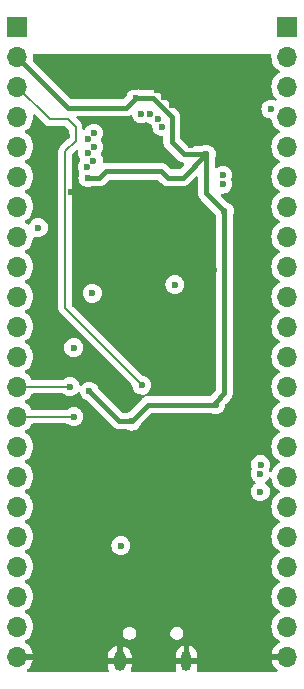
<source format=gbr>
%TF.GenerationSoftware,KiCad,Pcbnew,8.0.8*%
%TF.CreationDate,2025-04-17T09:07:27-03:00*%
%TF.ProjectId,ESP32_DevBoard_Minimal_Electgpl,45535033-325f-4446-9576-426f6172645f,rev?*%
%TF.SameCoordinates,Original*%
%TF.FileFunction,Copper,L3,Inr*%
%TF.FilePolarity,Positive*%
%FSLAX46Y46*%
G04 Gerber Fmt 4.6, Leading zero omitted, Abs format (unit mm)*
G04 Created by KiCad (PCBNEW 8.0.8) date 2025-04-17 09:07:27*
%MOMM*%
%LPD*%
G01*
G04 APERTURE LIST*
%TA.AperFunction,HeatsinkPad*%
%ADD10O,1.000000X1.700000*%
%TD*%
%TA.AperFunction,HeatsinkPad*%
%ADD11O,0.850000X1.700000*%
%TD*%
%TA.AperFunction,ComponentPad*%
%ADD12R,1.700000X1.700000*%
%TD*%
%TA.AperFunction,ComponentPad*%
%ADD13O,1.700000X1.700000*%
%TD*%
%TA.AperFunction,ViaPad*%
%ADD14C,0.600000*%
%TD*%
%TA.AperFunction,Conductor*%
%ADD15C,0.406400*%
%TD*%
%TA.AperFunction,Conductor*%
%ADD16C,0.203200*%
%TD*%
%TA.AperFunction,Conductor*%
%ADD17C,0.152400*%
%TD*%
G04 APERTURE END LIST*
D10*
%TO.N,GND*%
%TO.C,J1*%
X145327748Y-128473200D03*
D11*
X150977748Y-128473200D03*
%TD*%
D12*
%TO.N,GND*%
%TO.C,J3*%
X159512748Y-74752200D03*
D13*
%TO.N,TXD*%
X159512748Y-77292200D03*
%TO.N,RXD*%
X159512748Y-79832200D03*
%TO.N,GPIO1*%
X159512748Y-82372200D03*
%TO.N,GPIO2*%
X159512748Y-84912200D03*
%TO.N,GPIO42*%
X159512748Y-87452200D03*
%TO.N,GPIO41*%
X159512748Y-89992200D03*
%TO.N,GPIO40*%
X159512748Y-92532200D03*
%TO.N,GPIO39*%
X159512748Y-95072200D03*
%TO.N,GPIO38*%
X159512748Y-97612200D03*
%TO.N,GPIO37*%
X159512748Y-100152200D03*
%TO.N,GPIO36*%
X159512748Y-102692200D03*
%TO.N,GPIO35*%
X159512748Y-105232200D03*
%TO.N,GPIO0*%
X159512748Y-107772200D03*
%TO.N,GPIO45*%
X159512748Y-110312200D03*
%TO.N,GPIO48*%
X159512748Y-112852200D03*
%TO.N,GPIO47*%
X159512748Y-115392200D03*
%TO.N,GPIO21*%
X159512748Y-117932200D03*
%TO.N,GPIO33*%
X159512748Y-120472200D03*
%TO.N,GPIO34*%
X159512748Y-123012200D03*
%TO.N,RAW*%
X159512748Y-125552200D03*
%TO.N,GND*%
X159512748Y-128092200D03*
%TD*%
D12*
%TO.N,+3.3V*%
%TO.C,J2*%
X136652748Y-74752200D03*
D13*
X136652748Y-77292200D03*
%TO.N,CHIP_PU*%
X136652748Y-79832200D03*
%TO.N,GPIO4*%
X136652748Y-82372200D03*
%TO.N,GPIO5*%
X136652748Y-84912200D03*
%TO.N,GPIO6*%
X136652748Y-87452200D03*
%TO.N,GPIO7*%
X136652748Y-89992200D03*
%TO.N,GPIO15*%
X136652748Y-92532200D03*
%TO.N,GPIO16*%
X136652748Y-95072200D03*
%TO.N,GPIO17*%
X136652748Y-97612200D03*
%TO.N,GPIO18*%
X136652748Y-100152200D03*
%TO.N,GPIO8*%
X136652748Y-102692200D03*
%TO.N,GPIO3*%
X136652748Y-105232200D03*
%TO.N,GPIO46*%
X136652748Y-107772200D03*
%TO.N,GPIO9*%
X136652748Y-110312200D03*
%TO.N,GPIO10*%
X136652748Y-112852200D03*
%TO.N,GPIO11*%
X136652748Y-115392200D03*
%TO.N,GPIO12*%
X136652748Y-117932200D03*
%TO.N,GPIO13*%
X136652748Y-120472200D03*
%TO.N,GPIO14*%
X136652748Y-123012200D03*
%TO.N,GPIO26*%
X136652748Y-125552200D03*
%TO.N,GND*%
X136652748Y-128092200D03*
%TD*%
D14*
%TO.N,+3.3V*%
X146329748Y-108153200D03*
X142621748Y-87552200D03*
X146685748Y-80820200D03*
X152654748Y-85547200D03*
X154178748Y-90373200D03*
X153441748Y-106756200D03*
X142748748Y-105613200D03*
%TO.N,GND*%
X142327748Y-128116950D03*
X146077748Y-113116950D03*
X156077748Y-128116950D03*
X149098748Y-80721200D03*
X146685000Y-79121000D03*
X143002748Y-125933200D03*
X148590748Y-77546200D03*
X151077748Y-118116950D03*
X152327748Y-118116950D03*
X150495748Y-79578200D03*
X152654748Y-77546200D03*
X144526748Y-79121000D03*
X152019748Y-112725200D03*
X153289748Y-125933200D03*
X153577748Y-121866950D03*
X154686748Y-77546200D03*
X153577748Y-123116950D03*
X157327748Y-128116950D03*
X146077748Y-111866950D03*
X148463748Y-80086200D03*
X148590748Y-117805200D03*
X143577748Y-119366950D03*
X154432748Y-84142800D03*
X156077748Y-123116950D03*
X156718748Y-77546200D03*
X154827748Y-123116950D03*
X146685748Y-79832200D03*
X150622748Y-77546200D03*
X142327748Y-124366950D03*
X151638748Y-77546200D03*
X153577748Y-128116950D03*
X144827748Y-111866950D03*
X151638748Y-91389200D03*
X144653748Y-91516200D03*
X149606748Y-119329200D03*
X148014748Y-88152200D03*
X155702748Y-77546200D03*
X156718000Y-86106000D03*
X141859748Y-80594200D03*
X145542748Y-77546200D03*
X152908748Y-113614200D03*
X154827748Y-128116950D03*
X144827748Y-109366950D03*
X156718748Y-90373200D03*
X144526748Y-77546200D03*
X144827748Y-113116950D03*
X153289748Y-95326200D03*
X142327748Y-109366950D03*
X151384748Y-84785200D03*
X141217525Y-88714977D03*
X145542000Y-79121000D03*
X151384748Y-83205600D03*
X151077748Y-119366950D03*
X141077748Y-126866950D03*
X157734748Y-77546200D03*
X146558748Y-77546200D03*
X149860748Y-78943200D03*
X157327748Y-126866950D03*
X149606748Y-77546200D03*
X156077748Y-120616950D03*
X152327748Y-123116950D03*
X138430748Y-77546200D03*
X142032748Y-104195320D03*
X140843748Y-84023200D03*
X151384748Y-81843600D03*
X141077748Y-128116950D03*
X139827748Y-128116950D03*
X142494748Y-77546200D03*
X152327748Y-128116950D03*
X143510748Y-79121000D03*
X146077748Y-110616950D03*
X138577748Y-126866950D03*
X140462748Y-77546200D03*
X150622748Y-78816200D03*
X143577748Y-128116950D03*
X139827748Y-126866950D03*
X151257748Y-101041200D03*
X154203748Y-108153200D03*
X151130748Y-112725200D03*
X149733748Y-81356200D03*
X144780748Y-84999800D03*
X143577748Y-109366950D03*
X151384748Y-105105200D03*
X144827748Y-110616950D03*
X148577748Y-99366950D03*
X147327748Y-113116950D03*
X154827748Y-121866950D03*
X156718748Y-87452200D03*
X142327748Y-115616950D03*
X152908748Y-112725200D03*
X143577748Y-120616950D03*
X151892748Y-79705200D03*
X155829748Y-81737200D03*
X154827748Y-126866950D03*
X156077748Y-126866950D03*
X147327748Y-110616950D03*
X141478748Y-77546200D03*
X147327748Y-98116950D03*
X141077748Y-125616950D03*
X151384748Y-84023200D03*
X144907748Y-101041200D03*
X147828748Y-79451200D03*
X155448748Y-79070200D03*
X152908748Y-111836200D03*
X147574748Y-77546200D03*
X153670748Y-77546200D03*
X138577748Y-128116950D03*
X139954748Y-84023200D03*
X142327748Y-116866950D03*
X142494748Y-78943200D03*
X156077748Y-119366950D03*
X147327748Y-111866950D03*
X142327748Y-118116950D03*
X139446748Y-77546200D03*
X156077748Y-121866950D03*
X149479748Y-124028200D03*
%TO.N,CHIP_PU*%
X147193748Y-105105200D03*
%TO.N,RAW*%
X145414748Y-118694200D03*
%TO.N,GPIO0*%
X148886148Y-83214655D03*
%TO.N,SPIWP*%
X149987748Y-96596200D03*
X143002748Y-97337600D03*
%TO.N,GPIO14*%
X142562651Y-86622297D03*
%TO.N,TXD*%
X158115748Y-81737200D03*
%TO.N,GPIO13*%
X143094681Y-86090268D03*
%TO.N,GPIO12*%
X142601597Y-85482621D03*
%TO.N,GPIO45*%
X154051748Y-88087200D03*
%TO.N,GPIO2*%
X147898511Y-82138800D03*
%TO.N,GPIO26*%
X141423148Y-101930200D03*
%TO.N,GPIO10*%
X142600908Y-84304399D03*
%TO.N,GPIO8*%
X138430748Y-91770200D03*
%TO.N,GPIO3*%
X147146108Y-82138800D03*
X141118348Y-105232200D03*
%TO.N,GPIO9*%
X143129748Y-83769200D03*
%TO.N,GPIO34*%
X157247348Y-111836200D03*
%TO.N,GPIO46*%
X141423148Y-107772200D03*
X154051748Y-87325200D03*
%TO.N,GPIO48*%
X157226748Y-114122200D03*
%TO.N,GPIO11*%
X143136419Y-84953400D03*
%TO.N,GPIO33*%
X157222952Y-112598200D03*
%TO.N,GPIO1*%
X148563023Y-82535170D03*
%TD*%
D15*
%TO.N,+3.3V*%
X150749748Y-85547200D02*
X152654748Y-85547200D01*
X153441748Y-106527200D02*
X154178748Y-105790200D01*
X145895748Y-81610200D02*
X146685748Y-80820200D01*
X147726748Y-106756200D02*
X146329748Y-108153200D01*
X154178748Y-90373200D02*
X152654748Y-88849200D01*
X136652748Y-77292200D02*
X140970748Y-81610200D01*
D16*
X153441748Y-106756200D02*
X153441748Y-106527200D01*
D15*
X150649748Y-87552200D02*
X149401200Y-87552200D01*
X145288748Y-108153200D02*
X146329748Y-108153200D01*
X143587800Y-87552200D02*
X142621748Y-87552200D01*
X140970748Y-81610200D02*
X145895748Y-81610200D01*
X153441748Y-106756200D02*
X147726748Y-106756200D01*
X149733000Y-82371452D02*
X149733000Y-84530452D01*
X152654748Y-85547200D02*
X150649748Y-87552200D01*
X152654748Y-88849200D02*
X152654748Y-85547200D01*
X148181748Y-80820200D02*
X149733000Y-82371452D01*
X149401200Y-87552200D02*
X148844000Y-86995000D01*
X146685748Y-80820200D02*
X148181748Y-80820200D01*
X144145000Y-86995000D02*
X143587800Y-87552200D01*
X142748748Y-105613200D02*
X145288748Y-108153200D01*
X149733000Y-84530452D02*
X150749748Y-85547200D01*
X148844000Y-86995000D02*
X144145000Y-86995000D01*
X154178748Y-105790200D02*
X154178748Y-90373200D01*
D17*
%TO.N,CHIP_PU*%
X140950148Y-82605600D02*
X141585148Y-83240600D01*
X139426148Y-82605600D02*
X140950148Y-82605600D01*
X140688925Y-85313800D02*
X140688925Y-98600377D01*
X141585148Y-84417577D02*
X140688925Y-85313800D01*
X141585148Y-83240600D02*
X141585148Y-84417577D01*
X136652748Y-79832200D02*
X139426148Y-82605600D01*
X140688925Y-98600377D02*
X147193748Y-105105200D01*
%TO.N,GPIO3*%
X141118348Y-105232200D02*
X136652748Y-105232200D01*
%TO.N,GPIO46*%
X141423148Y-107772200D02*
X136652748Y-107772200D01*
%TD*%
%TA.AperFunction,Conductor*%
%TO.N,GND*%
G36*
X158111028Y-77057885D02*
G01*
X158156783Y-77110689D01*
X158167517Y-77173007D01*
X158157089Y-77292198D01*
X158157089Y-77292200D01*
X158177684Y-77527603D01*
X158177686Y-77527613D01*
X158238842Y-77755855D01*
X158238844Y-77755859D01*
X158238845Y-77755863D01*
X158338713Y-77970030D01*
X158338715Y-77970034D01*
X158474249Y-78163595D01*
X158474254Y-78163602D01*
X158641345Y-78330693D01*
X158641351Y-78330698D01*
X158826906Y-78460625D01*
X158870531Y-78515202D01*
X158877725Y-78584700D01*
X158846202Y-78647055D01*
X158826906Y-78663775D01*
X158641345Y-78793705D01*
X158474253Y-78960797D01*
X158338713Y-79154369D01*
X158338712Y-79154371D01*
X158238846Y-79368535D01*
X158238842Y-79368544D01*
X158177686Y-79596786D01*
X158177684Y-79596796D01*
X158157089Y-79832199D01*
X158157089Y-79832200D01*
X158177684Y-80067603D01*
X158177686Y-80067613D01*
X158238842Y-80295855D01*
X158238844Y-80295859D01*
X158238845Y-80295863D01*
X158320362Y-80470676D01*
X158338713Y-80510030D01*
X158338715Y-80510034D01*
X158474249Y-80703595D01*
X158474254Y-80703602D01*
X158568423Y-80797771D01*
X158601908Y-80859094D01*
X158596924Y-80928786D01*
X158555052Y-80984719D01*
X158489588Y-81009136D01*
X158439787Y-81002494D01*
X158295002Y-80951831D01*
X158294997Y-80951830D01*
X158115752Y-80931635D01*
X158115744Y-80931635D01*
X157936498Y-80951830D01*
X157936493Y-80951831D01*
X157766224Y-81011411D01*
X157613485Y-81107384D01*
X157485932Y-81234937D01*
X157389959Y-81387676D01*
X157330379Y-81557945D01*
X157330378Y-81557950D01*
X157310183Y-81737196D01*
X157310183Y-81737203D01*
X157330378Y-81916449D01*
X157330379Y-81916454D01*
X157389959Y-82086723D01*
X157466779Y-82208981D01*
X157485932Y-82239462D01*
X157613486Y-82367016D01*
X157657332Y-82394566D01*
X157740612Y-82446895D01*
X157766226Y-82462989D01*
X157769853Y-82464258D01*
X157936493Y-82522568D01*
X157936497Y-82522569D01*
X158011666Y-82531037D01*
X158077687Y-82538476D01*
X158142100Y-82565542D01*
X158181655Y-82623136D01*
X158183578Y-82629603D01*
X158238842Y-82835855D01*
X158238844Y-82835859D01*
X158238845Y-82835863D01*
X158307844Y-82983831D01*
X158338713Y-83050030D01*
X158338715Y-83050034D01*
X158474249Y-83243595D01*
X158474254Y-83243602D01*
X158641345Y-83410693D01*
X158641351Y-83410698D01*
X158826906Y-83540625D01*
X158870531Y-83595202D01*
X158877725Y-83664700D01*
X158846202Y-83727055D01*
X158826906Y-83743775D01*
X158641345Y-83873705D01*
X158474253Y-84040797D01*
X158338713Y-84234369D01*
X158338712Y-84234371D01*
X158238846Y-84448535D01*
X158238842Y-84448544D01*
X158177686Y-84676786D01*
X158177684Y-84676796D01*
X158157089Y-84912199D01*
X158157089Y-84912200D01*
X158177684Y-85147603D01*
X158177686Y-85147613D01*
X158238842Y-85375855D01*
X158238844Y-85375859D01*
X158238845Y-85375863D01*
X158288625Y-85482616D01*
X158338713Y-85590030D01*
X158338715Y-85590034D01*
X158474249Y-85783595D01*
X158474254Y-85783602D01*
X158641345Y-85950693D01*
X158641351Y-85950698D01*
X158826906Y-86080625D01*
X158870531Y-86135202D01*
X158877725Y-86204700D01*
X158846202Y-86267055D01*
X158826906Y-86283775D01*
X158641345Y-86413705D01*
X158474253Y-86580797D01*
X158338713Y-86774369D01*
X158338712Y-86774371D01*
X158238846Y-86988535D01*
X158238842Y-86988544D01*
X158177686Y-87216786D01*
X158177684Y-87216796D01*
X158157089Y-87452199D01*
X158157089Y-87452200D01*
X158177684Y-87687603D01*
X158177686Y-87687613D01*
X158238842Y-87915855D01*
X158238844Y-87915859D01*
X158238845Y-87915863D01*
X158278442Y-88000779D01*
X158338713Y-88130030D01*
X158338715Y-88130034D01*
X158474249Y-88323595D01*
X158474254Y-88323602D01*
X158641345Y-88490693D01*
X158641351Y-88490698D01*
X158826906Y-88620625D01*
X158870531Y-88675202D01*
X158877725Y-88744700D01*
X158846202Y-88807055D01*
X158826906Y-88823775D01*
X158641345Y-88953705D01*
X158474253Y-89120797D01*
X158338713Y-89314369D01*
X158338712Y-89314371D01*
X158238846Y-89528535D01*
X158238842Y-89528544D01*
X158177686Y-89756786D01*
X158177684Y-89756796D01*
X158157089Y-89992199D01*
X158157089Y-89992200D01*
X158177684Y-90227603D01*
X158177686Y-90227613D01*
X158238842Y-90455855D01*
X158238844Y-90455859D01*
X158238845Y-90455863D01*
X158283887Y-90552455D01*
X158338713Y-90670030D01*
X158338715Y-90670034D01*
X158474249Y-90863595D01*
X158474254Y-90863602D01*
X158641345Y-91030693D01*
X158641351Y-91030698D01*
X158826906Y-91160625D01*
X158870531Y-91215202D01*
X158877725Y-91284700D01*
X158846202Y-91347055D01*
X158826906Y-91363775D01*
X158641345Y-91493705D01*
X158474253Y-91660797D01*
X158338713Y-91854369D01*
X158338712Y-91854371D01*
X158238846Y-92068535D01*
X158238842Y-92068544D01*
X158177686Y-92296786D01*
X158177684Y-92296796D01*
X158157089Y-92532199D01*
X158157089Y-92532200D01*
X158177684Y-92767603D01*
X158177686Y-92767613D01*
X158238842Y-92995855D01*
X158238844Y-92995859D01*
X158238845Y-92995863D01*
X158338713Y-93210030D01*
X158338715Y-93210034D01*
X158474249Y-93403595D01*
X158474254Y-93403602D01*
X158641345Y-93570693D01*
X158641351Y-93570698D01*
X158826906Y-93700625D01*
X158870531Y-93755202D01*
X158877725Y-93824700D01*
X158846202Y-93887055D01*
X158826906Y-93903775D01*
X158641345Y-94033705D01*
X158474253Y-94200797D01*
X158338713Y-94394369D01*
X158338712Y-94394371D01*
X158238846Y-94608535D01*
X158238842Y-94608544D01*
X158177686Y-94836786D01*
X158177684Y-94836796D01*
X158157089Y-95072199D01*
X158157089Y-95072200D01*
X158177684Y-95307603D01*
X158177686Y-95307613D01*
X158238842Y-95535855D01*
X158238844Y-95535859D01*
X158238845Y-95535863D01*
X158338713Y-95750030D01*
X158338715Y-95750034D01*
X158474249Y-95943595D01*
X158474254Y-95943602D01*
X158641345Y-96110693D01*
X158641351Y-96110698D01*
X158826906Y-96240625D01*
X158870531Y-96295202D01*
X158877725Y-96364700D01*
X158846202Y-96427055D01*
X158826906Y-96443775D01*
X158641345Y-96573705D01*
X158474253Y-96740797D01*
X158338713Y-96934369D01*
X158338712Y-96934371D01*
X158238846Y-97148535D01*
X158238842Y-97148544D01*
X158177686Y-97376786D01*
X158177684Y-97376796D01*
X158157089Y-97612199D01*
X158157089Y-97612200D01*
X158177684Y-97847603D01*
X158177686Y-97847613D01*
X158238842Y-98075855D01*
X158238844Y-98075859D01*
X158238845Y-98075863D01*
X158260811Y-98122969D01*
X158338713Y-98290030D01*
X158338715Y-98290034D01*
X158474249Y-98483595D01*
X158474254Y-98483602D01*
X158641345Y-98650693D01*
X158641351Y-98650698D01*
X158826906Y-98780625D01*
X158870531Y-98835202D01*
X158877725Y-98904700D01*
X158846202Y-98967055D01*
X158826906Y-98983775D01*
X158641345Y-99113705D01*
X158474253Y-99280797D01*
X158338713Y-99474369D01*
X158338712Y-99474371D01*
X158238846Y-99688535D01*
X158238842Y-99688544D01*
X158177686Y-99916786D01*
X158177684Y-99916796D01*
X158157089Y-100152199D01*
X158157089Y-100152200D01*
X158177684Y-100387603D01*
X158177686Y-100387613D01*
X158238842Y-100615855D01*
X158238844Y-100615859D01*
X158238845Y-100615863D01*
X158338713Y-100830030D01*
X158338715Y-100830034D01*
X158474249Y-101023595D01*
X158474254Y-101023602D01*
X158641345Y-101190693D01*
X158641351Y-101190698D01*
X158826906Y-101320625D01*
X158870531Y-101375202D01*
X158877725Y-101444700D01*
X158846202Y-101507055D01*
X158826906Y-101523775D01*
X158641345Y-101653705D01*
X158474253Y-101820797D01*
X158338713Y-102014369D01*
X158338712Y-102014371D01*
X158238846Y-102228535D01*
X158238842Y-102228544D01*
X158177686Y-102456786D01*
X158177684Y-102456796D01*
X158157089Y-102692199D01*
X158157089Y-102692200D01*
X158177684Y-102927603D01*
X158177686Y-102927613D01*
X158238842Y-103155855D01*
X158238844Y-103155859D01*
X158238845Y-103155863D01*
X158338713Y-103370030D01*
X158338715Y-103370034D01*
X158474249Y-103563595D01*
X158474254Y-103563602D01*
X158641345Y-103730693D01*
X158641351Y-103730698D01*
X158826906Y-103860625D01*
X158870531Y-103915202D01*
X158877725Y-103984700D01*
X158846202Y-104047055D01*
X158826906Y-104063775D01*
X158641345Y-104193705D01*
X158474253Y-104360797D01*
X158338713Y-104554369D01*
X158338712Y-104554371D01*
X158238846Y-104768535D01*
X158238842Y-104768544D01*
X158177686Y-104996786D01*
X158177684Y-104996796D01*
X158157089Y-105232199D01*
X158157089Y-105232200D01*
X158177684Y-105467603D01*
X158177686Y-105467613D01*
X158238842Y-105695855D01*
X158238844Y-105695859D01*
X158238845Y-105695863D01*
X158308491Y-105845219D01*
X158338713Y-105910030D01*
X158338715Y-105910034D01*
X158417347Y-106022331D01*
X158463844Y-106088736D01*
X158474249Y-106103595D01*
X158474254Y-106103602D01*
X158641345Y-106270693D01*
X158641351Y-106270698D01*
X158826906Y-106400625D01*
X158870531Y-106455202D01*
X158877725Y-106524700D01*
X158846202Y-106587055D01*
X158826906Y-106603775D01*
X158641345Y-106733705D01*
X158474253Y-106900797D01*
X158338713Y-107094369D01*
X158338712Y-107094371D01*
X158238846Y-107308535D01*
X158238842Y-107308544D01*
X158177686Y-107536786D01*
X158177684Y-107536796D01*
X158157089Y-107772199D01*
X158157089Y-107772200D01*
X158177684Y-108007603D01*
X158177686Y-108007613D01*
X158238842Y-108235855D01*
X158238844Y-108235859D01*
X158238845Y-108235863D01*
X158324940Y-108420494D01*
X158338713Y-108450030D01*
X158338715Y-108450034D01*
X158474249Y-108643595D01*
X158474254Y-108643602D01*
X158641345Y-108810693D01*
X158641351Y-108810698D01*
X158826906Y-108940625D01*
X158870531Y-108995202D01*
X158877725Y-109064700D01*
X158846202Y-109127055D01*
X158826906Y-109143775D01*
X158641345Y-109273705D01*
X158474253Y-109440797D01*
X158338713Y-109634369D01*
X158338712Y-109634371D01*
X158238846Y-109848535D01*
X158238842Y-109848544D01*
X158177686Y-110076786D01*
X158177684Y-110076796D01*
X158157089Y-110312199D01*
X158157089Y-110312200D01*
X158177684Y-110547603D01*
X158177686Y-110547613D01*
X158238842Y-110775855D01*
X158238844Y-110775859D01*
X158238845Y-110775863D01*
X158338713Y-110990030D01*
X158338715Y-110990034D01*
X158474249Y-111183595D01*
X158474254Y-111183602D01*
X158641345Y-111350693D01*
X158641351Y-111350698D01*
X158826906Y-111480625D01*
X158870531Y-111535202D01*
X158877725Y-111604700D01*
X158846202Y-111667055D01*
X158826906Y-111683775D01*
X158641345Y-111813705D01*
X158474253Y-111980797D01*
X158338713Y-112174369D01*
X158338712Y-112174371D01*
X158238846Y-112388535D01*
X158238840Y-112388551D01*
X158238299Y-112390570D01*
X158237818Y-112391358D01*
X158236991Y-112393631D01*
X158236534Y-112393464D01*
X158201927Y-112450226D01*
X158139077Y-112480748D01*
X158069702Y-112472445D01*
X158015829Y-112427953D01*
X158001488Y-112399422D01*
X157963038Y-112289538D01*
X157959478Y-112219763D01*
X157970978Y-112192410D01*
X157970116Y-112191995D01*
X157973137Y-112185721D01*
X157977110Y-112174369D01*
X158032716Y-112015455D01*
X158052913Y-111836200D01*
X158050378Y-111813705D01*
X158032717Y-111656950D01*
X158032716Y-111656945D01*
X158001916Y-111568925D01*
X157973137Y-111486678D01*
X157877164Y-111333938D01*
X157749610Y-111206384D01*
X157713342Y-111183595D01*
X157596871Y-111110411D01*
X157426602Y-111050831D01*
X157426597Y-111050830D01*
X157247352Y-111030635D01*
X157247344Y-111030635D01*
X157068098Y-111050830D01*
X157068093Y-111050831D01*
X156897824Y-111110411D01*
X156745085Y-111206384D01*
X156617532Y-111333937D01*
X156521559Y-111486676D01*
X156461979Y-111656945D01*
X156461978Y-111656950D01*
X156441783Y-111836196D01*
X156441783Y-111836203D01*
X156461978Y-112015449D01*
X156461981Y-112015462D01*
X156507259Y-112144856D01*
X156510821Y-112214635D01*
X156499326Y-112241993D01*
X156500183Y-112242406D01*
X156497162Y-112248678D01*
X156437585Y-112418937D01*
X156437582Y-112418950D01*
X156417387Y-112598196D01*
X156417387Y-112598203D01*
X156437582Y-112777449D01*
X156437583Y-112777454D01*
X156497163Y-112947723D01*
X156585056Y-113087603D01*
X156593136Y-113100462D01*
X156720690Y-113228016D01*
X156762064Y-113254013D01*
X156765860Y-113256398D01*
X156812151Y-113308733D01*
X156822799Y-113377786D01*
X156794424Y-113441635D01*
X156765862Y-113466385D01*
X156724484Y-113492385D01*
X156596932Y-113619937D01*
X156500959Y-113772676D01*
X156441379Y-113942945D01*
X156441378Y-113942950D01*
X156421183Y-114122196D01*
X156421183Y-114122203D01*
X156441378Y-114301449D01*
X156441379Y-114301454D01*
X156500959Y-114471723D01*
X156531796Y-114520799D01*
X156596932Y-114624462D01*
X156724486Y-114752016D01*
X156877226Y-114847989D01*
X157047493Y-114907568D01*
X157047498Y-114907569D01*
X157226744Y-114927765D01*
X157226748Y-114927765D01*
X157226752Y-114927765D01*
X157405997Y-114907569D01*
X157406000Y-114907568D01*
X157406003Y-114907568D01*
X157576270Y-114847989D01*
X157729010Y-114752016D01*
X157856564Y-114624462D01*
X157952537Y-114471722D01*
X158012116Y-114301455D01*
X158012117Y-114301449D01*
X158032313Y-114122203D01*
X158032313Y-114122196D01*
X158012117Y-113942950D01*
X158012116Y-113942945D01*
X157952536Y-113772676D01*
X157856563Y-113619937D01*
X157729008Y-113492382D01*
X157683838Y-113464000D01*
X157637548Y-113411666D01*
X157626900Y-113342612D01*
X157655275Y-113278764D01*
X157683840Y-113254013D01*
X157725211Y-113228018D01*
X157725211Y-113228017D01*
X157725214Y-113228016D01*
X157852768Y-113100462D01*
X157942605Y-112957486D01*
X157994940Y-112911196D01*
X158063993Y-112900548D01*
X158127842Y-112928923D01*
X158166214Y-112987313D01*
X158171127Y-113012651D01*
X158177684Y-113087603D01*
X158177686Y-113087613D01*
X158238842Y-113315855D01*
X158238844Y-113315859D01*
X158238845Y-113315863D01*
X158283519Y-113411666D01*
X158338713Y-113530030D01*
X158338715Y-113530034D01*
X158474249Y-113723595D01*
X158474254Y-113723602D01*
X158641345Y-113890693D01*
X158641351Y-113890698D01*
X158826906Y-114020625D01*
X158870531Y-114075202D01*
X158877725Y-114144700D01*
X158846202Y-114207055D01*
X158826906Y-114223775D01*
X158641345Y-114353705D01*
X158474253Y-114520797D01*
X158338713Y-114714369D01*
X158338712Y-114714371D01*
X158238846Y-114928535D01*
X158238842Y-114928544D01*
X158177686Y-115156786D01*
X158177684Y-115156796D01*
X158157089Y-115392199D01*
X158157089Y-115392200D01*
X158177684Y-115627603D01*
X158177686Y-115627613D01*
X158238842Y-115855855D01*
X158238844Y-115855859D01*
X158238845Y-115855863D01*
X158338713Y-116070030D01*
X158338715Y-116070034D01*
X158474249Y-116263595D01*
X158474254Y-116263602D01*
X158641345Y-116430693D01*
X158641351Y-116430698D01*
X158826906Y-116560625D01*
X158870531Y-116615202D01*
X158877725Y-116684700D01*
X158846202Y-116747055D01*
X158826906Y-116763775D01*
X158641345Y-116893705D01*
X158474253Y-117060797D01*
X158338713Y-117254369D01*
X158338712Y-117254371D01*
X158238846Y-117468535D01*
X158238842Y-117468544D01*
X158177686Y-117696786D01*
X158177684Y-117696796D01*
X158157089Y-117932199D01*
X158157089Y-117932200D01*
X158177684Y-118167603D01*
X158177686Y-118167613D01*
X158238842Y-118395855D01*
X158238844Y-118395859D01*
X158238845Y-118395863D01*
X158338713Y-118610030D01*
X158338715Y-118610034D01*
X158474249Y-118803595D01*
X158474254Y-118803602D01*
X158641345Y-118970693D01*
X158641351Y-118970698D01*
X158826906Y-119100625D01*
X158870531Y-119155202D01*
X158877725Y-119224700D01*
X158846202Y-119287055D01*
X158826906Y-119303775D01*
X158641345Y-119433705D01*
X158474253Y-119600797D01*
X158338713Y-119794369D01*
X158338712Y-119794371D01*
X158238846Y-120008535D01*
X158238842Y-120008544D01*
X158177686Y-120236786D01*
X158177684Y-120236796D01*
X158157089Y-120472199D01*
X158157089Y-120472200D01*
X158177684Y-120707603D01*
X158177686Y-120707613D01*
X158238842Y-120935855D01*
X158238844Y-120935859D01*
X158238845Y-120935863D01*
X158338713Y-121150030D01*
X158338715Y-121150034D01*
X158474249Y-121343595D01*
X158474254Y-121343602D01*
X158641345Y-121510693D01*
X158641351Y-121510698D01*
X158826906Y-121640625D01*
X158870531Y-121695202D01*
X158877725Y-121764700D01*
X158846202Y-121827055D01*
X158826906Y-121843775D01*
X158641345Y-121973705D01*
X158474253Y-122140797D01*
X158338713Y-122334369D01*
X158338712Y-122334371D01*
X158238846Y-122548535D01*
X158238842Y-122548544D01*
X158177686Y-122776786D01*
X158177684Y-122776796D01*
X158157089Y-123012199D01*
X158157089Y-123012200D01*
X158177684Y-123247603D01*
X158177686Y-123247613D01*
X158238842Y-123475855D01*
X158238844Y-123475859D01*
X158238845Y-123475863D01*
X158338713Y-123690030D01*
X158338715Y-123690034D01*
X158474249Y-123883595D01*
X158474254Y-123883602D01*
X158641345Y-124050693D01*
X158641351Y-124050698D01*
X158826906Y-124180625D01*
X158870531Y-124235202D01*
X158877725Y-124304700D01*
X158846202Y-124367055D01*
X158826906Y-124383775D01*
X158641345Y-124513705D01*
X158474253Y-124680797D01*
X158338713Y-124874369D01*
X158338712Y-124874371D01*
X158238846Y-125088535D01*
X158238842Y-125088544D01*
X158177686Y-125316786D01*
X158177684Y-125316796D01*
X158157089Y-125552199D01*
X158157089Y-125552200D01*
X158177684Y-125787603D01*
X158177686Y-125787613D01*
X158238842Y-126015855D01*
X158238844Y-126015859D01*
X158238845Y-126015863D01*
X158322692Y-126195672D01*
X158338713Y-126230030D01*
X158338715Y-126230034D01*
X158474249Y-126423595D01*
X158474254Y-126423602D01*
X158641345Y-126590693D01*
X158641351Y-126590698D01*
X158827342Y-126720930D01*
X158870967Y-126775507D01*
X158878161Y-126845005D01*
X158846638Y-126907360D01*
X158827343Y-126924080D01*
X158641670Y-127054090D01*
X158641668Y-127054091D01*
X158474639Y-127221120D01*
X158474634Y-127221126D01*
X158339148Y-127414620D01*
X158339147Y-127414622D01*
X158239318Y-127628707D01*
X158239315Y-127628713D01*
X158182112Y-127842199D01*
X158182112Y-127842200D01*
X158888248Y-127842200D01*
X158955287Y-127861885D01*
X159001042Y-127914689D01*
X159012248Y-127966200D01*
X159012248Y-128218200D01*
X158992563Y-128285239D01*
X158939759Y-128330994D01*
X158888248Y-128342200D01*
X158182112Y-128342200D01*
X158239315Y-128555686D01*
X158239318Y-128555692D01*
X158339147Y-128769778D01*
X158474642Y-128963282D01*
X158641667Y-129130307D01*
X158661402Y-129144126D01*
X158705026Y-129198704D01*
X158712218Y-129268202D01*
X158680695Y-129330556D01*
X158620465Y-129365969D01*
X158590277Y-129369700D01*
X151969239Y-129369700D01*
X151902200Y-129350015D01*
X151856445Y-129297211D01*
X151846501Y-129228053D01*
X151854677Y-129198249D01*
X151867200Y-129168012D01*
X151867202Y-129168005D01*
X151902747Y-128989309D01*
X151902748Y-128989306D01*
X151902748Y-128723200D01*
X151227748Y-128723200D01*
X151227748Y-128223200D01*
X151902748Y-128223200D01*
X151902748Y-127957094D01*
X151902747Y-127957090D01*
X151867202Y-127778394D01*
X151867199Y-127778382D01*
X151797476Y-127610054D01*
X151797469Y-127610041D01*
X151696243Y-127458547D01*
X151696240Y-127458543D01*
X151567404Y-127329707D01*
X151567400Y-127329704D01*
X151415906Y-127228478D01*
X151415897Y-127228473D01*
X151247560Y-127158746D01*
X151227748Y-127154804D01*
X151227748Y-128073472D01*
X151189688Y-127981586D01*
X151119362Y-127911260D01*
X151027476Y-127873200D01*
X150928020Y-127873200D01*
X150836134Y-127911260D01*
X150765808Y-127981586D01*
X150727748Y-128073472D01*
X150727748Y-127154805D01*
X150727747Y-127154804D01*
X150707935Y-127158746D01*
X150539598Y-127228473D01*
X150539589Y-127228478D01*
X150388095Y-127329704D01*
X150388091Y-127329707D01*
X150259255Y-127458543D01*
X150259252Y-127458547D01*
X150158026Y-127610041D01*
X150158019Y-127610054D01*
X150088296Y-127778382D01*
X150088293Y-127778394D01*
X150052748Y-127957090D01*
X150052748Y-128223200D01*
X150727748Y-128223200D01*
X150727748Y-128723200D01*
X150052748Y-128723200D01*
X150052748Y-128989309D01*
X150088293Y-129168005D01*
X150088295Y-129168012D01*
X150100819Y-129198249D01*
X150108287Y-129267718D01*
X150077011Y-129330197D01*
X150016921Y-129365849D01*
X149986257Y-129369700D01*
X146369352Y-129369700D01*
X146302313Y-129350015D01*
X146256558Y-129297211D01*
X146246614Y-129228053D01*
X146254791Y-129198247D01*
X146289318Y-129114889D01*
X146289320Y-129114881D01*
X146327747Y-128921695D01*
X146327748Y-128921692D01*
X146327748Y-128723200D01*
X145577748Y-128723200D01*
X145577748Y-128223200D01*
X146327748Y-128223200D01*
X146327748Y-128024708D01*
X146327747Y-128024704D01*
X146289320Y-127831518D01*
X146289317Y-127831506D01*
X146213940Y-127649528D01*
X146213933Y-127649515D01*
X146104499Y-127485737D01*
X146104496Y-127485733D01*
X145965214Y-127346451D01*
X145965210Y-127346448D01*
X145801432Y-127237014D01*
X145801419Y-127237007D01*
X145619439Y-127161629D01*
X145619431Y-127161627D01*
X145577748Y-127153335D01*
X145577748Y-128073472D01*
X145539688Y-127981586D01*
X145469362Y-127911260D01*
X145377476Y-127873200D01*
X145278020Y-127873200D01*
X145186134Y-127911260D01*
X145115808Y-127981586D01*
X145077748Y-128073472D01*
X145077748Y-127153336D01*
X145077747Y-127153335D01*
X145036064Y-127161627D01*
X145036056Y-127161629D01*
X144854076Y-127237007D01*
X144854063Y-127237014D01*
X144690285Y-127346448D01*
X144690281Y-127346451D01*
X144550999Y-127485733D01*
X144550996Y-127485737D01*
X144441562Y-127649515D01*
X144441555Y-127649528D01*
X144366178Y-127831506D01*
X144366175Y-127831518D01*
X144327748Y-128024704D01*
X144327748Y-128223200D01*
X145077748Y-128223200D01*
X145077748Y-128723200D01*
X144327748Y-128723200D01*
X144327748Y-128921695D01*
X144366175Y-129114881D01*
X144366177Y-129114889D01*
X144400705Y-129198247D01*
X144408174Y-129267717D01*
X144376899Y-129330196D01*
X144316810Y-129365848D01*
X144286144Y-129369700D01*
X137575219Y-129369700D01*
X137508180Y-129350015D01*
X137462425Y-129297211D01*
X137452481Y-129228053D01*
X137481506Y-129164497D01*
X137504094Y-129144126D01*
X137523828Y-129130307D01*
X137690853Y-128963282D01*
X137826348Y-128769778D01*
X137926177Y-128555692D01*
X137926180Y-128555686D01*
X137983384Y-128342200D01*
X137277248Y-128342200D01*
X137210209Y-128322515D01*
X137164454Y-128269711D01*
X137153248Y-128218200D01*
X137153248Y-127966200D01*
X137172933Y-127899161D01*
X137225737Y-127853406D01*
X137277248Y-127842200D01*
X137983384Y-127842200D01*
X137983383Y-127842199D01*
X137926180Y-127628713D01*
X137926177Y-127628707D01*
X137826348Y-127414622D01*
X137826347Y-127414620D01*
X137690861Y-127221126D01*
X137690856Y-127221120D01*
X137523826Y-127054090D01*
X137338153Y-126924079D01*
X137294528Y-126869502D01*
X137287336Y-126800004D01*
X137318858Y-126737649D01*
X137338154Y-126720930D01*
X137524149Y-126590695D01*
X137691243Y-126423601D01*
X137826783Y-126230030D01*
X137910395Y-126050725D01*
X145602248Y-126050725D01*
X145602248Y-126195675D01*
X145611454Y-126230030D01*
X145639765Y-126335688D01*
X145712236Y-126461211D01*
X145712238Y-126461213D01*
X145712239Y-126461215D01*
X145814733Y-126563709D01*
X145814734Y-126563710D01*
X145814736Y-126563711D01*
X145940259Y-126636182D01*
X145940260Y-126636182D01*
X145940263Y-126636184D01*
X146080273Y-126673700D01*
X146080276Y-126673700D01*
X146225220Y-126673700D01*
X146225223Y-126673700D01*
X146365233Y-126636184D01*
X146490763Y-126563709D01*
X146593257Y-126461215D01*
X146665732Y-126335685D01*
X146703248Y-126195675D01*
X146703248Y-126050725D01*
X149602248Y-126050725D01*
X149602248Y-126195675D01*
X149611454Y-126230030D01*
X149639765Y-126335688D01*
X149712236Y-126461211D01*
X149712238Y-126461213D01*
X149712239Y-126461215D01*
X149814733Y-126563709D01*
X149814734Y-126563710D01*
X149814736Y-126563711D01*
X149940259Y-126636182D01*
X149940260Y-126636182D01*
X149940263Y-126636184D01*
X150080273Y-126673700D01*
X150080276Y-126673700D01*
X150225220Y-126673700D01*
X150225223Y-126673700D01*
X150365233Y-126636184D01*
X150490763Y-126563709D01*
X150593257Y-126461215D01*
X150665732Y-126335685D01*
X150703248Y-126195675D01*
X150703248Y-126050725D01*
X150665732Y-125910715D01*
X150593257Y-125785185D01*
X150490763Y-125682691D01*
X150490761Y-125682690D01*
X150490759Y-125682688D01*
X150365236Y-125610217D01*
X150365237Y-125610217D01*
X150353754Y-125607140D01*
X150225223Y-125572700D01*
X150080273Y-125572700D01*
X149951741Y-125607140D01*
X149940259Y-125610217D01*
X149814736Y-125682688D01*
X149814730Y-125682693D01*
X149712241Y-125785182D01*
X149712236Y-125785188D01*
X149639765Y-125910711D01*
X149639764Y-125910715D01*
X149602248Y-126050725D01*
X146703248Y-126050725D01*
X146665732Y-125910715D01*
X146593257Y-125785185D01*
X146490763Y-125682691D01*
X146490761Y-125682690D01*
X146490759Y-125682688D01*
X146365236Y-125610217D01*
X146365237Y-125610217D01*
X146353754Y-125607140D01*
X146225223Y-125572700D01*
X146080273Y-125572700D01*
X145951741Y-125607140D01*
X145940259Y-125610217D01*
X145814736Y-125682688D01*
X145814730Y-125682693D01*
X145712241Y-125785182D01*
X145712236Y-125785188D01*
X145639765Y-125910711D01*
X145639764Y-125910715D01*
X145602248Y-126050725D01*
X137910395Y-126050725D01*
X137926651Y-126015863D01*
X137987811Y-125787608D01*
X138008407Y-125552200D01*
X137987811Y-125316792D01*
X137926651Y-125088537D01*
X137826783Y-124874371D01*
X137691243Y-124680799D01*
X137691242Y-124680797D01*
X137524150Y-124513706D01*
X137524144Y-124513701D01*
X137338590Y-124383775D01*
X137294965Y-124329198D01*
X137287771Y-124259700D01*
X137319294Y-124197345D01*
X137338590Y-124180625D01*
X137360774Y-124165091D01*
X137524149Y-124050695D01*
X137691243Y-123883601D01*
X137826783Y-123690030D01*
X137926651Y-123475863D01*
X137987811Y-123247608D01*
X138008407Y-123012200D01*
X137987811Y-122776792D01*
X137926651Y-122548537D01*
X137826783Y-122334371D01*
X137691243Y-122140799D01*
X137691242Y-122140797D01*
X137524150Y-121973706D01*
X137524144Y-121973701D01*
X137338590Y-121843775D01*
X137294965Y-121789198D01*
X137287771Y-121719700D01*
X137319294Y-121657345D01*
X137338590Y-121640625D01*
X137360774Y-121625091D01*
X137524149Y-121510695D01*
X137691243Y-121343601D01*
X137826783Y-121150030D01*
X137926651Y-120935863D01*
X137987811Y-120707608D01*
X138008407Y-120472200D01*
X137987811Y-120236792D01*
X137926651Y-120008537D01*
X137826783Y-119794371D01*
X137691243Y-119600799D01*
X137691242Y-119600797D01*
X137524150Y-119433706D01*
X137524144Y-119433701D01*
X137338590Y-119303775D01*
X137294965Y-119249198D01*
X137287771Y-119179700D01*
X137319294Y-119117345D01*
X137338590Y-119100625D01*
X137419854Y-119043723D01*
X137524149Y-118970695D01*
X137691243Y-118803601D01*
X137767849Y-118694196D01*
X144609183Y-118694196D01*
X144609183Y-118694203D01*
X144629378Y-118873449D01*
X144629379Y-118873454D01*
X144688959Y-119043723D01*
X144774400Y-119179700D01*
X144784932Y-119196462D01*
X144912486Y-119324016D01*
X145065226Y-119419989D01*
X145235493Y-119479568D01*
X145235498Y-119479569D01*
X145414744Y-119499765D01*
X145414748Y-119499765D01*
X145414752Y-119499765D01*
X145593997Y-119479569D01*
X145594000Y-119479568D01*
X145594003Y-119479568D01*
X145764270Y-119419989D01*
X145917010Y-119324016D01*
X146044564Y-119196462D01*
X146140537Y-119043722D01*
X146200116Y-118873455D01*
X146200117Y-118873449D01*
X146220313Y-118694203D01*
X146220313Y-118694196D01*
X146200117Y-118514950D01*
X146200116Y-118514945D01*
X146158447Y-118395863D01*
X146140537Y-118344678D01*
X146044564Y-118191938D01*
X145917010Y-118064384D01*
X145764271Y-117968411D01*
X145594002Y-117908831D01*
X145593997Y-117908830D01*
X145414752Y-117888635D01*
X145414744Y-117888635D01*
X145235498Y-117908830D01*
X145235493Y-117908831D01*
X145065224Y-117968411D01*
X144912485Y-118064384D01*
X144784932Y-118191937D01*
X144688959Y-118344676D01*
X144629379Y-118514945D01*
X144629378Y-118514950D01*
X144609183Y-118694196D01*
X137767849Y-118694196D01*
X137826783Y-118610030D01*
X137926651Y-118395863D01*
X137987811Y-118167608D01*
X138008407Y-117932200D01*
X137987811Y-117696792D01*
X137926651Y-117468537D01*
X137826783Y-117254371D01*
X137691243Y-117060799D01*
X137691242Y-117060797D01*
X137524150Y-116893706D01*
X137524144Y-116893701D01*
X137338590Y-116763775D01*
X137294965Y-116709198D01*
X137287771Y-116639700D01*
X137319294Y-116577345D01*
X137338590Y-116560625D01*
X137360774Y-116545091D01*
X137524149Y-116430695D01*
X137691243Y-116263601D01*
X137826783Y-116070030D01*
X137926651Y-115855863D01*
X137987811Y-115627608D01*
X138008407Y-115392200D01*
X137987811Y-115156792D01*
X137926651Y-114928537D01*
X137826783Y-114714371D01*
X137763829Y-114624462D01*
X137691242Y-114520797D01*
X137524150Y-114353706D01*
X137524144Y-114353701D01*
X137338590Y-114223775D01*
X137294965Y-114169198D01*
X137287771Y-114099700D01*
X137319294Y-114037345D01*
X137338590Y-114020625D01*
X137449528Y-113942945D01*
X137524149Y-113890695D01*
X137691243Y-113723601D01*
X137826783Y-113530030D01*
X137926651Y-113315863D01*
X137987811Y-113087608D01*
X138008407Y-112852200D01*
X137987811Y-112616792D01*
X137926651Y-112388537D01*
X137826783Y-112174371D01*
X137806117Y-112144856D01*
X137691242Y-111980797D01*
X137524150Y-111813706D01*
X137524144Y-111813701D01*
X137338590Y-111683775D01*
X137294965Y-111629198D01*
X137287771Y-111559700D01*
X137319294Y-111497345D01*
X137338590Y-111480625D01*
X137360774Y-111465091D01*
X137524149Y-111350695D01*
X137691243Y-111183601D01*
X137826783Y-110990030D01*
X137926651Y-110775863D01*
X137987811Y-110547608D01*
X138008407Y-110312200D01*
X137987811Y-110076792D01*
X137926651Y-109848537D01*
X137826783Y-109634371D01*
X137691243Y-109440799D01*
X137691242Y-109440797D01*
X137524150Y-109273706D01*
X137524144Y-109273701D01*
X137338590Y-109143775D01*
X137294965Y-109089198D01*
X137287771Y-109019700D01*
X137319294Y-108957345D01*
X137338590Y-108940625D01*
X137360774Y-108925091D01*
X137524149Y-108810695D01*
X137691243Y-108643601D01*
X137826783Y-108450030D01*
X137840556Y-108420494D01*
X137886729Y-108368055D01*
X137952938Y-108348900D01*
X140816408Y-108348900D01*
X140883447Y-108368585D01*
X140904089Y-108385219D01*
X140920886Y-108402016D01*
X141073626Y-108497989D01*
X141243893Y-108557568D01*
X141243898Y-108557569D01*
X141423144Y-108577765D01*
X141423148Y-108577765D01*
X141423152Y-108577765D01*
X141602397Y-108557569D01*
X141602400Y-108557568D01*
X141602403Y-108557568D01*
X141772670Y-108497989D01*
X141925410Y-108402016D01*
X142052964Y-108274462D01*
X142148937Y-108121722D01*
X142208516Y-107951455D01*
X142228713Y-107772200D01*
X142208516Y-107592945D01*
X142148937Y-107422678D01*
X142052964Y-107269938D01*
X141925410Y-107142384D01*
X141895999Y-107123904D01*
X141772671Y-107046411D01*
X141602402Y-106986831D01*
X141602397Y-106986830D01*
X141423152Y-106966635D01*
X141423144Y-106966635D01*
X141243898Y-106986830D01*
X141243893Y-106986831D01*
X141073624Y-107046411D01*
X140920885Y-107142384D01*
X140904089Y-107159181D01*
X140842766Y-107192666D01*
X140816408Y-107195500D01*
X137952937Y-107195500D01*
X137885898Y-107175815D01*
X137840555Y-107123904D01*
X137826785Y-107094375D01*
X137826782Y-107094369D01*
X137691242Y-106900797D01*
X137524150Y-106733706D01*
X137524144Y-106733701D01*
X137338590Y-106603775D01*
X137294965Y-106549198D01*
X137287771Y-106479700D01*
X137319294Y-106417345D01*
X137338590Y-106400625D01*
X137365019Y-106382119D01*
X137524149Y-106270695D01*
X137691243Y-106103601D01*
X137826783Y-105910030D01*
X137840556Y-105880494D01*
X137886729Y-105828055D01*
X137952938Y-105808900D01*
X140511608Y-105808900D01*
X140578647Y-105828585D01*
X140599289Y-105845219D01*
X140616086Y-105862016D01*
X140768826Y-105957989D01*
X140875895Y-105995454D01*
X140939093Y-106017568D01*
X140939098Y-106017569D01*
X141118344Y-106037765D01*
X141118348Y-106037765D01*
X141118352Y-106037765D01*
X141297597Y-106017569D01*
X141297600Y-106017568D01*
X141297603Y-106017568D01*
X141467870Y-105957989D01*
X141620610Y-105862016D01*
X141748164Y-105734462D01*
X141748164Y-105734461D01*
X141753088Y-105729538D01*
X141755094Y-105731544D01*
X141801794Y-105698735D01*
X141871604Y-105695855D01*
X141931890Y-105731174D01*
X141961059Y-105785889D01*
X141961080Y-105785882D01*
X141961125Y-105786012D01*
X141962496Y-105788583D01*
X141963378Y-105792451D01*
X142022959Y-105962723D01*
X142102139Y-106088736D01*
X142118932Y-106115462D01*
X142246486Y-106243016D01*
X142290534Y-106270693D01*
X142349302Y-106307620D01*
X142399226Y-106338989D01*
X142495772Y-106372771D01*
X142542498Y-106402132D01*
X144739022Y-108598656D01*
X144739051Y-108598687D01*
X144840162Y-108699798D01*
X144840165Y-108699800D01*
X144949268Y-108772700D01*
X144955419Y-108776810D01*
X144955420Y-108776810D01*
X144955421Y-108776811D01*
X145083486Y-108829857D01*
X145083490Y-108829857D01*
X145083491Y-108829858D01*
X145219436Y-108856900D01*
X145219439Y-108856900D01*
X145219440Y-108856900D01*
X145909349Y-108856900D01*
X145975319Y-108875905D01*
X145980226Y-108878989D01*
X145980229Y-108878990D01*
X146150493Y-108938568D01*
X146150498Y-108938569D01*
X146329744Y-108958765D01*
X146329748Y-108958765D01*
X146329752Y-108958765D01*
X146508997Y-108938569D01*
X146509000Y-108938568D01*
X146509003Y-108938568D01*
X146679270Y-108878989D01*
X146832010Y-108783016D01*
X146959564Y-108655462D01*
X147055537Y-108502722D01*
X147089320Y-108406174D01*
X147118678Y-108359450D01*
X147981911Y-107496219D01*
X148043234Y-107462734D01*
X148069592Y-107459900D01*
X153021349Y-107459900D01*
X153087319Y-107478905D01*
X153092226Y-107481989D01*
X153092229Y-107481990D01*
X153262493Y-107541568D01*
X153262498Y-107541569D01*
X153441744Y-107561765D01*
X153441748Y-107561765D01*
X153441752Y-107561765D01*
X153620997Y-107541569D01*
X153621000Y-107541568D01*
X153621003Y-107541568D01*
X153791270Y-107481989D01*
X153944010Y-107386016D01*
X154071564Y-107258462D01*
X154167537Y-107105722D01*
X154227116Y-106935455D01*
X154247313Y-106756200D01*
X154247456Y-106754931D01*
X154274522Y-106690517D01*
X154282985Y-106681143D01*
X154627327Y-106336802D01*
X154627331Y-106336800D01*
X154725348Y-106238783D01*
X154802359Y-106123527D01*
X154855405Y-105995462D01*
X154882448Y-105859508D01*
X154882448Y-90793599D01*
X154901453Y-90727628D01*
X154904537Y-90722722D01*
X154964116Y-90552455D01*
X154974999Y-90455864D01*
X154984313Y-90373203D01*
X154984313Y-90373196D01*
X154964117Y-90193950D01*
X154964116Y-90193945D01*
X154904536Y-90023676D01*
X154808563Y-89870937D01*
X154681010Y-89743384D01*
X154528272Y-89647412D01*
X154528268Y-89647410D01*
X154431723Y-89613627D01*
X154384997Y-89584267D01*
X153898582Y-89097852D01*
X153865097Y-89036529D01*
X153870081Y-88966837D01*
X153911953Y-88910904D01*
X153977417Y-88886487D01*
X154000147Y-88886951D01*
X154051746Y-88892765D01*
X154051748Y-88892765D01*
X154051752Y-88892765D01*
X154230997Y-88872569D01*
X154231000Y-88872568D01*
X154231003Y-88872568D01*
X154401270Y-88812989D01*
X154554010Y-88717016D01*
X154681564Y-88589462D01*
X154777537Y-88436722D01*
X154837116Y-88266455D01*
X154838305Y-88255901D01*
X154857313Y-88087203D01*
X154857313Y-88087196D01*
X154837117Y-87907950D01*
X154837114Y-87907937D01*
X154780854Y-87747155D01*
X154777292Y-87677376D01*
X154780854Y-87665245D01*
X154837114Y-87504462D01*
X154837117Y-87504449D01*
X154857313Y-87325203D01*
X154857313Y-87325196D01*
X154837117Y-87145950D01*
X154837116Y-87145945D01*
X154829633Y-87124559D01*
X154777537Y-86975678D01*
X154681564Y-86822938D01*
X154554010Y-86695384D01*
X154552899Y-86694686D01*
X154401271Y-86599411D01*
X154231002Y-86539831D01*
X154230997Y-86539830D01*
X154051752Y-86519635D01*
X154051744Y-86519635D01*
X153872498Y-86539830D01*
X153872493Y-86539831D01*
X153702224Y-86599411D01*
X153548420Y-86696054D01*
X153481184Y-86715054D01*
X153414348Y-86694686D01*
X153369134Y-86641419D01*
X153358448Y-86591060D01*
X153358448Y-85967599D01*
X153377453Y-85901628D01*
X153380537Y-85896722D01*
X153440116Y-85726455D01*
X153440117Y-85726449D01*
X153460313Y-85547203D01*
X153460313Y-85547196D01*
X153440117Y-85367950D01*
X153440116Y-85367945D01*
X153380536Y-85197676D01*
X153339677Y-85132649D01*
X153284564Y-85044938D01*
X153157010Y-84917384D01*
X153148758Y-84912199D01*
X153004271Y-84821411D01*
X152834002Y-84761831D01*
X152833997Y-84761830D01*
X152654752Y-84741635D01*
X152654744Y-84741635D01*
X152475498Y-84761830D01*
X152475493Y-84761831D01*
X152305229Y-84821409D01*
X152305226Y-84821411D01*
X152300319Y-84824494D01*
X152234349Y-84843500D01*
X151092592Y-84843500D01*
X151025553Y-84823815D01*
X151004911Y-84807181D01*
X150473019Y-84275289D01*
X150439534Y-84213966D01*
X150436700Y-84187608D01*
X150436700Y-82446895D01*
X150436701Y-82446874D01*
X150436701Y-82302141D01*
X150436700Y-82302139D01*
X150424135Y-82238971D01*
X150409658Y-82166190D01*
X150358940Y-82043750D01*
X150357293Y-82039147D01*
X150356611Y-82038126D01*
X150356611Y-82038125D01*
X150279600Y-81922869D01*
X150279598Y-81922866D01*
X150178487Y-81821755D01*
X150178456Y-81821726D01*
X148732688Y-80375958D01*
X148732668Y-80375936D01*
X148630333Y-80273601D01*
X148553855Y-80222501D01*
X148515075Y-80196589D01*
X148500095Y-80190384D01*
X148387013Y-80143544D01*
X148387004Y-80143541D01*
X148386942Y-80143529D01*
X148386942Y-80143528D01*
X148251058Y-80116499D01*
X148251056Y-80116499D01*
X148112440Y-80116499D01*
X148106326Y-80116499D01*
X148106306Y-80116500D01*
X147106147Y-80116500D01*
X147040176Y-80097494D01*
X147035270Y-80094411D01*
X147035268Y-80094410D01*
X147035266Y-80094409D01*
X146865002Y-80034831D01*
X146864997Y-80034830D01*
X146685752Y-80014635D01*
X146685744Y-80014635D01*
X146506498Y-80034830D01*
X146506493Y-80034831D01*
X146336224Y-80094411D01*
X146183485Y-80190384D01*
X146055932Y-80317937D01*
X145959960Y-80470675D01*
X145959959Y-80470676D01*
X145926175Y-80567224D01*
X145896815Y-80613949D01*
X145640583Y-80870182D01*
X145579263Y-80903666D01*
X145552904Y-80906500D01*
X141313592Y-80906500D01*
X141246553Y-80886815D01*
X141225911Y-80870181D01*
X138016356Y-77660626D01*
X137982871Y-77599303D01*
X137984261Y-77540853D01*
X137987811Y-77527608D01*
X138008407Y-77292200D01*
X137997979Y-77173007D01*
X138011746Y-77104507D01*
X138060361Y-77054324D01*
X138121507Y-77038200D01*
X158043989Y-77038200D01*
X158111028Y-77057885D01*
G37*
%TD.AperFunction*%
%TA.AperFunction,Conductor*%
G36*
X138198996Y-82196227D02*
G01*
X138213952Y-82208981D01*
X139072046Y-83067075D01*
X139203550Y-83142999D01*
X139350224Y-83182300D01*
X139502072Y-83182300D01*
X140659909Y-83182300D01*
X140726948Y-83201985D01*
X140747590Y-83218619D01*
X140972129Y-83443158D01*
X141005614Y-83504481D01*
X141008448Y-83530839D01*
X141008448Y-84127338D01*
X140988763Y-84194377D01*
X140972129Y-84215019D01*
X140227452Y-84959695D01*
X140227447Y-84959701D01*
X140151527Y-85091198D01*
X140151527Y-85091199D01*
X140151526Y-85091201D01*
X140151526Y-85091202D01*
X140112225Y-85237876D01*
X140112225Y-98524453D01*
X140112225Y-98676301D01*
X140144658Y-98797345D01*
X140151527Y-98822977D01*
X140151527Y-98822978D01*
X140227447Y-98954475D01*
X140227452Y-98954481D01*
X146358772Y-105085801D01*
X146392257Y-105147124D01*
X146394311Y-105159598D01*
X146408378Y-105284449D01*
X146467958Y-105454721D01*
X146505454Y-105514395D01*
X146563932Y-105607462D01*
X146691486Y-105735016D01*
X146772439Y-105785882D01*
X146843466Y-105830512D01*
X146844226Y-105830989D01*
X146932896Y-105862016D01*
X147014493Y-105890568D01*
X147014498Y-105890569D01*
X147193744Y-105910765D01*
X147193748Y-105910765D01*
X147193751Y-105910765D01*
X147294877Y-105899370D01*
X147330853Y-105895317D01*
X147399675Y-105907371D01*
X147451055Y-105954720D01*
X147468679Y-106022331D01*
X147446953Y-106088736D01*
X147398137Y-106128486D01*
X147398795Y-106129716D01*
X147393426Y-106132585D01*
X147278164Y-106209600D01*
X147248982Y-106238783D01*
X147180148Y-106307617D01*
X147180145Y-106307620D01*
X146123497Y-107364267D01*
X146076772Y-107393627D01*
X146020892Y-107413181D01*
X145980226Y-107427411D01*
X145975319Y-107430494D01*
X145909349Y-107449500D01*
X145631592Y-107449500D01*
X145564553Y-107429815D01*
X145543911Y-107413181D01*
X143537680Y-105406950D01*
X143508319Y-105360223D01*
X143481806Y-105284454D01*
X143474537Y-105263678D01*
X143454757Y-105232199D01*
X143381658Y-105115862D01*
X143378564Y-105110938D01*
X143251010Y-104983384D01*
X143098271Y-104887411D01*
X142928002Y-104827831D01*
X142927997Y-104827830D01*
X142748752Y-104807635D01*
X142748744Y-104807635D01*
X142569498Y-104827830D01*
X142569493Y-104827831D01*
X142399224Y-104887411D01*
X142246485Y-104983384D01*
X142114008Y-105115862D01*
X142112017Y-105113871D01*
X142065178Y-105146705D01*
X141995365Y-105149513D01*
X141935116Y-105114130D01*
X141906036Y-105059510D01*
X141906016Y-105059518D01*
X141905969Y-105059384D01*
X141904597Y-105056807D01*
X141903716Y-105052951D01*
X141903716Y-105052945D01*
X141844137Y-104882678D01*
X141748164Y-104729938D01*
X141620610Y-104602384D01*
X141591199Y-104583904D01*
X141467871Y-104506411D01*
X141297602Y-104446831D01*
X141297597Y-104446830D01*
X141118352Y-104426635D01*
X141118344Y-104426635D01*
X140939098Y-104446830D01*
X140939093Y-104446831D01*
X140768824Y-104506411D01*
X140616085Y-104602384D01*
X140599289Y-104619181D01*
X140537966Y-104652666D01*
X140511608Y-104655500D01*
X137952937Y-104655500D01*
X137885898Y-104635815D01*
X137840555Y-104583904D01*
X137826785Y-104554375D01*
X137826782Y-104554369D01*
X137691242Y-104360797D01*
X137524150Y-104193706D01*
X137524144Y-104193701D01*
X137338590Y-104063775D01*
X137294965Y-104009198D01*
X137287771Y-103939700D01*
X137319294Y-103877345D01*
X137338590Y-103860625D01*
X137360774Y-103845091D01*
X137524149Y-103730695D01*
X137691243Y-103563601D01*
X137826783Y-103370030D01*
X137926651Y-103155863D01*
X137987811Y-102927608D01*
X138008407Y-102692200D01*
X137987811Y-102456792D01*
X137926651Y-102228537D01*
X137826783Y-102014371D01*
X137767849Y-101930203D01*
X137767844Y-101930196D01*
X140617583Y-101930196D01*
X140617583Y-101930203D01*
X140637778Y-102109449D01*
X140637779Y-102109454D01*
X140697359Y-102279723D01*
X140793332Y-102432462D01*
X140920886Y-102560016D01*
X141073626Y-102655989D01*
X141177111Y-102692200D01*
X141243893Y-102715568D01*
X141243898Y-102715569D01*
X141423144Y-102735765D01*
X141423148Y-102735765D01*
X141423152Y-102735765D01*
X141602397Y-102715569D01*
X141602400Y-102715568D01*
X141602403Y-102715568D01*
X141772670Y-102655989D01*
X141925410Y-102560016D01*
X142052964Y-102432462D01*
X142148937Y-102279722D01*
X142208516Y-102109455D01*
X142208517Y-102109449D01*
X142228713Y-101930203D01*
X142228713Y-101930196D01*
X142208517Y-101750950D01*
X142208516Y-101750945D01*
X142148937Y-101580678D01*
X142052964Y-101427938D01*
X141925410Y-101300384D01*
X141772671Y-101204411D01*
X141602402Y-101144831D01*
X141602397Y-101144830D01*
X141423152Y-101124635D01*
X141423144Y-101124635D01*
X141243898Y-101144830D01*
X141243893Y-101144831D01*
X141073624Y-101204411D01*
X140920885Y-101300384D01*
X140793332Y-101427937D01*
X140697359Y-101580676D01*
X140637779Y-101750945D01*
X140637778Y-101750950D01*
X140617583Y-101930196D01*
X137767844Y-101930196D01*
X137691242Y-101820797D01*
X137524150Y-101653706D01*
X137524144Y-101653701D01*
X137338590Y-101523775D01*
X137294965Y-101469198D01*
X137287771Y-101399700D01*
X137319294Y-101337345D01*
X137338590Y-101320625D01*
X137367497Y-101300384D01*
X137524149Y-101190695D01*
X137691243Y-101023601D01*
X137826783Y-100830030D01*
X137926651Y-100615863D01*
X137987811Y-100387608D01*
X138008407Y-100152200D01*
X137987811Y-99916792D01*
X137926651Y-99688537D01*
X137826783Y-99474371D01*
X137691243Y-99280799D01*
X137691242Y-99280797D01*
X137524150Y-99113706D01*
X137524144Y-99113701D01*
X137338590Y-98983775D01*
X137294965Y-98929198D01*
X137287771Y-98859700D01*
X137319294Y-98797345D01*
X137338590Y-98780625D01*
X137360774Y-98765091D01*
X137524149Y-98650695D01*
X137691243Y-98483601D01*
X137826783Y-98290030D01*
X137926651Y-98075863D01*
X137987811Y-97847608D01*
X138008407Y-97612200D01*
X137987811Y-97376792D01*
X137926651Y-97148537D01*
X137826783Y-96934371D01*
X137715510Y-96775455D01*
X137691242Y-96740797D01*
X137524150Y-96573706D01*
X137524144Y-96573701D01*
X137338590Y-96443775D01*
X137294965Y-96389198D01*
X137287771Y-96319700D01*
X137319294Y-96257345D01*
X137338590Y-96240625D01*
X137360774Y-96225091D01*
X137524149Y-96110695D01*
X137691243Y-95943601D01*
X137826783Y-95750030D01*
X137926651Y-95535863D01*
X137987811Y-95307608D01*
X138008407Y-95072200D01*
X137987811Y-94836792D01*
X137926651Y-94608537D01*
X137826783Y-94394371D01*
X137691243Y-94200799D01*
X137691242Y-94200797D01*
X137524150Y-94033706D01*
X137524144Y-94033701D01*
X137338590Y-93903775D01*
X137294965Y-93849198D01*
X137287771Y-93779700D01*
X137319294Y-93717345D01*
X137338590Y-93700625D01*
X137360774Y-93685091D01*
X137524149Y-93570695D01*
X137691243Y-93403601D01*
X137826783Y-93210030D01*
X137926651Y-92995863D01*
X137987811Y-92767608D01*
X137999739Y-92631262D01*
X138025191Y-92566196D01*
X138081782Y-92525217D01*
X138151544Y-92521339D01*
X138164222Y-92525031D01*
X138251485Y-92555566D01*
X138251491Y-92555567D01*
X138251493Y-92555568D01*
X138251494Y-92555568D01*
X138251498Y-92555569D01*
X138430744Y-92575765D01*
X138430748Y-92575765D01*
X138430752Y-92575765D01*
X138609997Y-92555569D01*
X138610000Y-92555568D01*
X138610003Y-92555568D01*
X138780270Y-92495989D01*
X138933010Y-92400016D01*
X139060564Y-92272462D01*
X139156537Y-92119722D01*
X139216116Y-91949455D01*
X139216117Y-91949449D01*
X139236313Y-91770203D01*
X139236313Y-91770196D01*
X139216117Y-91590950D01*
X139216116Y-91590945D01*
X139156536Y-91420676D01*
X139060563Y-91267937D01*
X138933010Y-91140384D01*
X138780271Y-91044411D01*
X138610002Y-90984831D01*
X138609997Y-90984830D01*
X138430752Y-90964635D01*
X138430744Y-90964635D01*
X138251498Y-90984830D01*
X138251493Y-90984831D01*
X138081224Y-91044411D01*
X137928485Y-91140384D01*
X137800932Y-91267937D01*
X137704956Y-91420681D01*
X137702916Y-91426512D01*
X137662192Y-91483285D01*
X137597238Y-91509029D01*
X137528677Y-91495570D01*
X137514754Y-91487126D01*
X137338590Y-91363775D01*
X137294965Y-91309198D01*
X137287771Y-91239700D01*
X137319294Y-91177345D01*
X137338590Y-91160625D01*
X137367497Y-91140384D01*
X137524149Y-91030695D01*
X137691243Y-90863601D01*
X137826783Y-90670030D01*
X137926651Y-90455863D01*
X137987811Y-90227608D01*
X138008407Y-89992200D01*
X137987811Y-89756792D01*
X137926651Y-89528537D01*
X137826783Y-89314371D01*
X137815170Y-89297785D01*
X137691242Y-89120797D01*
X137524150Y-88953706D01*
X137524144Y-88953701D01*
X137338590Y-88823775D01*
X137294965Y-88769198D01*
X137287771Y-88699700D01*
X137319294Y-88637345D01*
X137338590Y-88620625D01*
X137428430Y-88557718D01*
X137524149Y-88490695D01*
X137691243Y-88323601D01*
X137826783Y-88130030D01*
X137926651Y-87915863D01*
X137987811Y-87687608D01*
X138008407Y-87452200D01*
X137987811Y-87216792D01*
X137926651Y-86988537D01*
X137826783Y-86774371D01*
X137770988Y-86694686D01*
X137691242Y-86580797D01*
X137524150Y-86413706D01*
X137524144Y-86413701D01*
X137338590Y-86283775D01*
X137294965Y-86229198D01*
X137287771Y-86159700D01*
X137319294Y-86097345D01*
X137338590Y-86080625D01*
X137406625Y-86032986D01*
X137524149Y-85950695D01*
X137691243Y-85783601D01*
X137826783Y-85590030D01*
X137926651Y-85375863D01*
X137987811Y-85147608D01*
X138008407Y-84912200D01*
X137987811Y-84676792D01*
X137926651Y-84448537D01*
X137826783Y-84234371D01*
X137812496Y-84213966D01*
X137691242Y-84040797D01*
X137524150Y-83873706D01*
X137524144Y-83873701D01*
X137338590Y-83743775D01*
X137294965Y-83689198D01*
X137287771Y-83619700D01*
X137319294Y-83557345D01*
X137338590Y-83540625D01*
X137425918Y-83479477D01*
X137524149Y-83410695D01*
X137691243Y-83243601D01*
X137826783Y-83050030D01*
X137926651Y-82835863D01*
X137987811Y-82607608D01*
X138008407Y-82372200D01*
X138002743Y-82307468D01*
X138016509Y-82238971D01*
X138065123Y-82188787D01*
X138133152Y-82172853D01*
X138198996Y-82196227D01*
G37*
%TD.AperFunction*%
%TA.AperFunction,Conductor*%
G36*
X141734922Y-85185891D02*
G01*
X141790856Y-85227762D01*
X141815273Y-85293227D01*
X141814809Y-85315956D01*
X141796032Y-85482616D01*
X141796032Y-85482624D01*
X141816227Y-85661870D01*
X141816228Y-85661875D01*
X141858820Y-85783595D01*
X141875808Y-85832143D01*
X141950299Y-85950695D01*
X141956294Y-85960235D01*
X141975294Y-86027471D01*
X141954926Y-86094307D01*
X141938985Y-86113884D01*
X141932837Y-86120031D01*
X141932835Y-86120034D01*
X141836862Y-86272773D01*
X141777282Y-86443042D01*
X141777281Y-86443047D01*
X141757086Y-86622293D01*
X141757086Y-86622300D01*
X141777281Y-86801546D01*
X141777282Y-86801551D01*
X141836862Y-86971820D01*
X141897486Y-87068302D01*
X141916486Y-87135539D01*
X141898662Y-87196248D01*
X141898981Y-87196402D01*
X141898048Y-87198337D01*
X141897491Y-87200238D01*
X141895961Y-87202673D01*
X141895957Y-87202681D01*
X141836381Y-87372937D01*
X141836378Y-87372950D01*
X141816183Y-87552196D01*
X141816183Y-87552203D01*
X141836378Y-87731449D01*
X141836379Y-87731454D01*
X141895959Y-87901723D01*
X141958203Y-88000783D01*
X141991932Y-88054462D01*
X142119486Y-88182016D01*
X142188832Y-88225589D01*
X142253869Y-88266455D01*
X142272226Y-88277989D01*
X142442493Y-88337568D01*
X142442498Y-88337569D01*
X142621744Y-88357765D01*
X142621748Y-88357765D01*
X142621752Y-88357765D01*
X142800997Y-88337569D01*
X142801000Y-88337568D01*
X142801003Y-88337568D01*
X142971270Y-88277989D01*
X142976176Y-88274905D01*
X143042147Y-88255900D01*
X143512358Y-88255900D01*
X143512378Y-88255901D01*
X143518492Y-88255901D01*
X143657110Y-88255901D01*
X143748568Y-88237707D01*
X143793062Y-88228857D01*
X143921127Y-88175811D01*
X143924781Y-88173369D01*
X143926020Y-88172542D01*
X143989644Y-88130030D01*
X144036383Y-88098800D01*
X144134400Y-88000783D01*
X144134402Y-88000779D01*
X144400164Y-87735016D01*
X144461486Y-87701534D01*
X144487844Y-87698700D01*
X148501156Y-87698700D01*
X148568195Y-87718385D01*
X148588837Y-87735019D01*
X148851474Y-87997656D01*
X148851503Y-87997687D01*
X148952614Y-88098798D01*
X148952617Y-88098800D01*
X149067873Y-88175811D01*
X149188048Y-88225589D01*
X149195938Y-88228857D01*
X149229926Y-88235618D01*
X149331889Y-88255901D01*
X149331892Y-88255901D01*
X149476623Y-88255901D01*
X149476643Y-88255900D01*
X150574306Y-88255900D01*
X150574326Y-88255901D01*
X150580440Y-88255901D01*
X150719058Y-88255901D01*
X150810516Y-88237707D01*
X150855010Y-88228857D01*
X150983075Y-88175811D01*
X150986729Y-88173369D01*
X150987968Y-88172542D01*
X151051592Y-88130030D01*
X151098331Y-88098800D01*
X151196348Y-88000783D01*
X151196349Y-88000780D01*
X151203415Y-87993715D01*
X151203417Y-87993711D01*
X151739368Y-87457761D01*
X151800690Y-87424277D01*
X151870382Y-87429261D01*
X151926315Y-87471133D01*
X151950732Y-87536597D01*
X151951048Y-87545443D01*
X151951048Y-88774756D01*
X151951047Y-88774782D01*
X151951047Y-88918509D01*
X151973254Y-89030145D01*
X151973254Y-89030146D01*
X151978090Y-89054456D01*
X151978092Y-89054465D01*
X152005568Y-89120799D01*
X152031137Y-89182527D01*
X152082477Y-89259364D01*
X152108149Y-89297785D01*
X152210484Y-89400120D01*
X152210506Y-89400140D01*
X153389815Y-90579449D01*
X153419175Y-90626175D01*
X153452959Y-90722722D01*
X153456042Y-90727628D01*
X153475048Y-90793599D01*
X153475048Y-105447356D01*
X153455363Y-105514395D01*
X153438729Y-105535037D01*
X152957585Y-106016181D01*
X152896262Y-106049666D01*
X152869904Y-106052500D01*
X147657438Y-106052500D01*
X147634189Y-106057124D01*
X147564597Y-106050895D01*
X147509421Y-106008031D01*
X147486178Y-105942140D01*
X147502247Y-105874144D01*
X147544026Y-105830513D01*
X147696010Y-105735016D01*
X147823564Y-105607462D01*
X147919537Y-105454722D01*
X147979116Y-105284455D01*
X147981457Y-105263678D01*
X147999313Y-105105203D01*
X147999313Y-105105196D01*
X147979117Y-104925950D01*
X147979116Y-104925945D01*
X147963976Y-104882678D01*
X147919537Y-104755678D01*
X147903363Y-104729938D01*
X147823563Y-104602937D01*
X147696010Y-104475384D01*
X147543269Y-104379410D01*
X147372997Y-104319830D01*
X147248146Y-104305763D01*
X147183732Y-104278696D01*
X147174349Y-104270224D01*
X141301944Y-98397819D01*
X141268459Y-98336496D01*
X141265625Y-98310138D01*
X141265625Y-97337596D01*
X142197183Y-97337596D01*
X142197183Y-97337603D01*
X142217378Y-97516849D01*
X142217379Y-97516854D01*
X142276959Y-97687123D01*
X142372932Y-97839862D01*
X142500486Y-97967416D01*
X142653226Y-98063389D01*
X142688852Y-98075855D01*
X142823493Y-98122968D01*
X142823498Y-98122969D01*
X143002744Y-98143165D01*
X143002748Y-98143165D01*
X143002752Y-98143165D01*
X143181997Y-98122969D01*
X143182000Y-98122968D01*
X143182003Y-98122968D01*
X143352270Y-98063389D01*
X143505010Y-97967416D01*
X143632564Y-97839862D01*
X143728537Y-97687122D01*
X143788116Y-97516855D01*
X143788117Y-97516849D01*
X143808313Y-97337603D01*
X143808313Y-97337596D01*
X143788117Y-97158350D01*
X143788116Y-97158345D01*
X143728536Y-96988076D01*
X143632563Y-96835337D01*
X143505010Y-96707784D01*
X143352271Y-96611811D01*
X143307646Y-96596196D01*
X149182183Y-96596196D01*
X149182183Y-96596203D01*
X149202378Y-96775449D01*
X149202379Y-96775454D01*
X149261959Y-96945723D01*
X149288573Y-96988078D01*
X149357932Y-97098462D01*
X149485486Y-97226016D01*
X149638226Y-97321989D01*
X149794827Y-97376786D01*
X149808493Y-97381568D01*
X149808498Y-97381569D01*
X149987744Y-97401765D01*
X149987748Y-97401765D01*
X149987752Y-97401765D01*
X150166997Y-97381569D01*
X150167000Y-97381568D01*
X150167003Y-97381568D01*
X150337270Y-97321989D01*
X150490010Y-97226016D01*
X150617564Y-97098462D01*
X150713537Y-96945722D01*
X150773116Y-96775455D01*
X150793313Y-96596200D01*
X150790778Y-96573705D01*
X150773117Y-96416950D01*
X150773116Y-96416945D01*
X150742316Y-96328925D01*
X150713537Y-96246678D01*
X150617564Y-96093938D01*
X150490010Y-95966384D01*
X150453742Y-95943595D01*
X150337271Y-95870411D01*
X150167002Y-95810831D01*
X150166997Y-95810830D01*
X149987752Y-95790635D01*
X149987744Y-95790635D01*
X149808498Y-95810830D01*
X149808493Y-95810831D01*
X149638224Y-95870411D01*
X149485485Y-95966384D01*
X149357932Y-96093937D01*
X149261959Y-96246676D01*
X149202379Y-96416945D01*
X149202378Y-96416950D01*
X149182183Y-96596196D01*
X143307646Y-96596196D01*
X143182002Y-96552231D01*
X143181997Y-96552230D01*
X143002752Y-96532035D01*
X143002744Y-96532035D01*
X142823498Y-96552230D01*
X142823493Y-96552231D01*
X142653224Y-96611811D01*
X142500485Y-96707784D01*
X142372932Y-96835337D01*
X142276959Y-96988076D01*
X142217379Y-97158345D01*
X142217378Y-97158350D01*
X142197183Y-97337596D01*
X141265625Y-97337596D01*
X141265625Y-85604038D01*
X141285310Y-85536999D01*
X141301940Y-85516361D01*
X141603911Y-85214390D01*
X141665231Y-85180907D01*
X141734922Y-85185891D01*
G37*
%TD.AperFunction*%
%TA.AperFunction,Conductor*%
G36*
X146329099Y-82270840D02*
G01*
X146361645Y-82320641D01*
X146420318Y-82488321D01*
X146505028Y-82623136D01*
X146516292Y-82641062D01*
X146643846Y-82768616D01*
X146796586Y-82864589D01*
X146859207Y-82886501D01*
X146966853Y-82924168D01*
X146966858Y-82924169D01*
X147146104Y-82944365D01*
X147146108Y-82944365D01*
X147146112Y-82944365D01*
X147325357Y-82924169D01*
X147325360Y-82924168D01*
X147325363Y-82924168D01*
X147325364Y-82924167D01*
X147325367Y-82924167D01*
X147367264Y-82909505D01*
X147481355Y-82869583D01*
X147551131Y-82866021D01*
X147563263Y-82869584D01*
X147719248Y-82924166D01*
X147719254Y-82924167D01*
X147719256Y-82924168D01*
X147719257Y-82924168D01*
X147719261Y-82924169D01*
X147813575Y-82934795D01*
X147877990Y-82961861D01*
X147904686Y-82992042D01*
X147933205Y-83037430D01*
X148046111Y-83150336D01*
X148079596Y-83211659D01*
X148081650Y-83224133D01*
X148100778Y-83393905D01*
X148100779Y-83393909D01*
X148160359Y-83564178D01*
X148176550Y-83589945D01*
X148256332Y-83716917D01*
X148383886Y-83844471D01*
X148536626Y-83940444D01*
X148706893Y-84000023D01*
X148706898Y-84000024D01*
X148886145Y-84020220D01*
X148886148Y-84020220D01*
X148886149Y-84020220D01*
X148888020Y-84020009D01*
X148891409Y-84019627D01*
X148960232Y-84031677D01*
X149011614Y-84079023D01*
X149029300Y-84142846D01*
X149029300Y-84456008D01*
X149029299Y-84456034D01*
X149029299Y-84461144D01*
X149029299Y-84599760D01*
X149029299Y-84599762D01*
X149029298Y-84599762D01*
X149056341Y-84735708D01*
X149056343Y-84735716D01*
X149109386Y-84863775D01*
X149186401Y-84979037D01*
X149288736Y-85081372D01*
X149288758Y-85081392D01*
X150200022Y-85992656D01*
X150200051Y-85992687D01*
X150301162Y-86093798D01*
X150416424Y-86170813D01*
X150544483Y-86223856D01*
X150544484Y-86223856D01*
X150544486Y-86223857D01*
X150544490Y-86223857D01*
X150544491Y-86223858D01*
X150682639Y-86251339D01*
X150744550Y-86283724D01*
X150779124Y-86344440D01*
X150775383Y-86414210D01*
X150746128Y-86460637D01*
X150394585Y-86812181D01*
X150333262Y-86845666D01*
X150306904Y-86848500D01*
X149744044Y-86848500D01*
X149677005Y-86828815D01*
X149656363Y-86812181D01*
X149394940Y-86550758D01*
X149394920Y-86550736D01*
X149292585Y-86448401D01*
X149177323Y-86371386D01*
X149049264Y-86318343D01*
X149049256Y-86318341D01*
X148913310Y-86291299D01*
X148913308Y-86291299D01*
X148774692Y-86291299D01*
X148768578Y-86291299D01*
X148768558Y-86291300D01*
X144220443Y-86291300D01*
X144220423Y-86291299D01*
X144214309Y-86291299D01*
X144075692Y-86291299D01*
X144075689Y-86291299D01*
X144039462Y-86298505D01*
X143969871Y-86292278D01*
X143914694Y-86249415D01*
X143891449Y-86183525D01*
X143892051Y-86163005D01*
X143900246Y-86090271D01*
X143900246Y-86090264D01*
X143880050Y-85911018D01*
X143880049Y-85911013D01*
X143820469Y-85740743D01*
X143742145Y-85616093D01*
X143723144Y-85548856D01*
X143743511Y-85482021D01*
X143759456Y-85462440D01*
X143766235Y-85455662D01*
X143862208Y-85302922D01*
X143921787Y-85132655D01*
X143928052Y-85077052D01*
X143941984Y-84953403D01*
X143941984Y-84953396D01*
X143921788Y-84774150D01*
X143921787Y-84774145D01*
X143887722Y-84676792D01*
X143862208Y-84603878D01*
X143859620Y-84599760D01*
X143766234Y-84451137D01*
X143760742Y-84445645D01*
X143727257Y-84384322D01*
X143732241Y-84314630D01*
X143756059Y-84277579D01*
X143755220Y-84276910D01*
X143759561Y-84271465D01*
X143759561Y-84271464D01*
X143759564Y-84271462D01*
X143855537Y-84118722D01*
X143915116Y-83948455D01*
X143923538Y-83873706D01*
X143935313Y-83769203D01*
X143935313Y-83769196D01*
X143915117Y-83589950D01*
X143915116Y-83589945D01*
X143885211Y-83504481D01*
X143855537Y-83419678D01*
X143849894Y-83410698D01*
X143759563Y-83266937D01*
X143632010Y-83139384D01*
X143479271Y-83043411D01*
X143309002Y-82983831D01*
X143308997Y-82983830D01*
X143129752Y-82963635D01*
X143129744Y-82963635D01*
X142950498Y-82983830D01*
X142950493Y-82983831D01*
X142780224Y-83043411D01*
X142627485Y-83139384D01*
X142499932Y-83266937D01*
X142403960Y-83419675D01*
X142403958Y-83419680D01*
X142402888Y-83422738D01*
X142401664Y-83424444D01*
X142400941Y-83425946D01*
X142400677Y-83425819D01*
X142362165Y-83479513D01*
X142297212Y-83505258D01*
X142228650Y-83491800D01*
X142178249Y-83443411D01*
X142161848Y-83381780D01*
X142161848Y-83164678D01*
X142161848Y-83164676D01*
X142122547Y-83018002D01*
X142102818Y-82983831D01*
X142046625Y-82886501D01*
X142046620Y-82886495D01*
X141685706Y-82525581D01*
X141652221Y-82464258D01*
X141657205Y-82394566D01*
X141699077Y-82338633D01*
X141764541Y-82314216D01*
X141773387Y-82313900D01*
X145820306Y-82313900D01*
X145820326Y-82313901D01*
X145826440Y-82313901D01*
X145965058Y-82313901D01*
X146056516Y-82295707D01*
X146101010Y-82286857D01*
X146197152Y-82247033D01*
X146266619Y-82239565D01*
X146329099Y-82270840D01*
G37*
%TD.AperFunction*%
%TD*%
M02*

</source>
